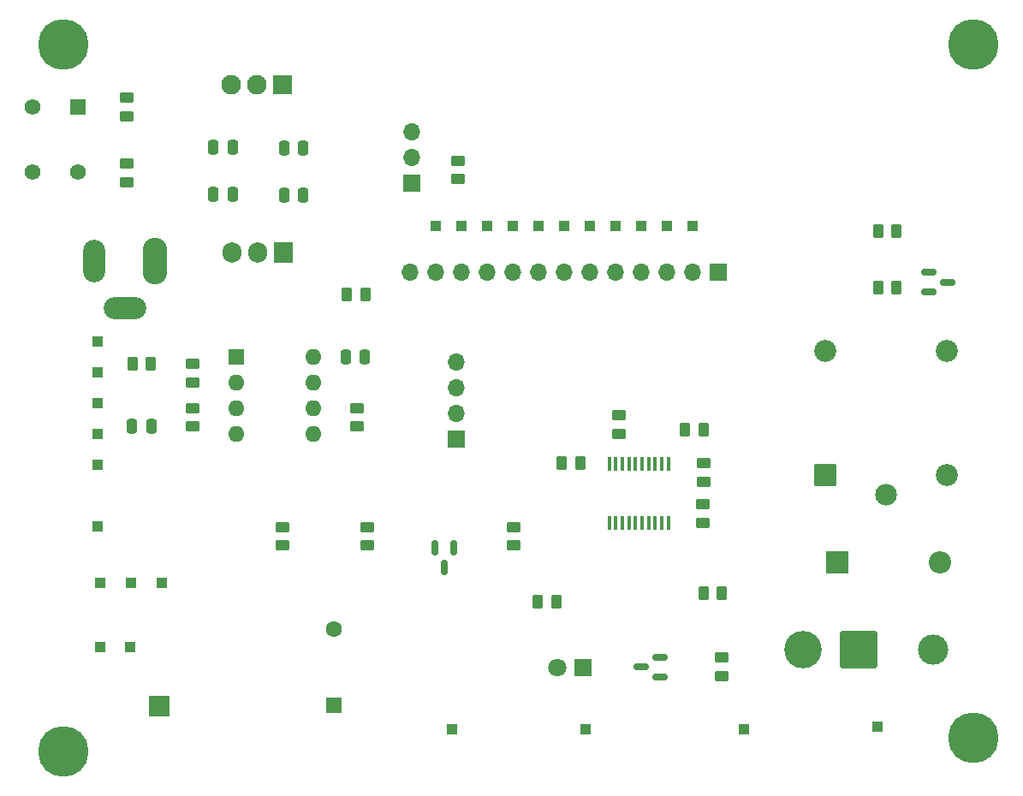
<source format=gbr>
%TF.GenerationSoftware,KiCad,Pcbnew,7.0.6*%
%TF.CreationDate,2023-11-14T23:27:57+05:30*%
%TF.ProjectId,Prometheus v2.0,50726f6d-6574-4686-9575-732076322e30,2.3*%
%TF.SameCoordinates,Original*%
%TF.FileFunction,Soldermask,Top*%
%TF.FilePolarity,Negative*%
%FSLAX46Y46*%
G04 Gerber Fmt 4.6, Leading zero omitted, Abs format (unit mm)*
G04 Created by KiCad (PCBNEW 7.0.6) date 2023-11-14 23:27:57*
%MOMM*%
%LPD*%
G01*
G04 APERTURE LIST*
G04 Aperture macros list*
%AMRoundRect*
0 Rectangle with rounded corners*
0 $1 Rounding radius*
0 $2 $3 $4 $5 $6 $7 $8 $9 X,Y pos of 4 corners*
0 Add a 4 corners polygon primitive as box body*
4,1,4,$2,$3,$4,$5,$6,$7,$8,$9,$2,$3,0*
0 Add four circle primitives for the rounded corners*
1,1,$1+$1,$2,$3*
1,1,$1+$1,$4,$5*
1,1,$1+$1,$6,$7*
1,1,$1+$1,$8,$9*
0 Add four rect primitives between the rounded corners*
20,1,$1+$1,$2,$3,$4,$5,0*
20,1,$1+$1,$4,$5,$6,$7,0*
20,1,$1+$1,$6,$7,$8,$9,0*
20,1,$1+$1,$8,$9,$2,$3,0*%
G04 Aperture macros list end*
%ADD10O,2.404000X4.604000*%
%ADD11O,2.204000X4.204000*%
%ADD12O,4.204000X2.204000*%
%ADD13R,1.000000X1.000000*%
%ADD14RoundRect,0.250000X0.262500X0.450000X-0.262500X0.450000X-0.262500X-0.450000X0.262500X-0.450000X0*%
%ADD15RoundRect,0.250000X-0.262500X-0.450000X0.262500X-0.450000X0.262500X0.450000X-0.262500X0.450000X0*%
%ADD16RoundRect,0.250000X0.450000X-0.262500X0.450000X0.262500X-0.450000X0.262500X-0.450000X-0.262500X0*%
%ADD17RoundRect,0.102000X0.990000X-0.990000X0.990000X0.990000X-0.990000X0.990000X-0.990000X-0.990000X0*%
%ADD18C,2.184000*%
%ADD19C,2.139000*%
%ADD20RoundRect,0.250000X-0.450000X0.262500X-0.450000X-0.262500X0.450000X-0.262500X0.450000X0.262500X0*%
%ADD21C,2.900000*%
%ADD22C,5.000000*%
%ADD23RoundRect,0.250000X-0.250000X-0.475000X0.250000X-0.475000X0.250000X0.475000X-0.250000X0.475000X0*%
%ADD24R,2.000000X2.000000*%
%ADD25RoundRect,0.150000X-0.150000X0.587500X-0.150000X-0.587500X0.150000X-0.587500X0.150000X0.587500X0*%
%ADD26RoundRect,0.150000X-0.587500X-0.150000X0.587500X-0.150000X0.587500X0.150000X-0.587500X0.150000X0*%
%ADD27R,1.935000X1.935000*%
%ADD28C,1.935000*%
%ADD29R,1.700000X1.700000*%
%ADD30O,1.700000X1.700000*%
%ADD31C,3.000000*%
%ADD32RoundRect,0.250002X-1.599998X1.599998X-1.599998X-1.599998X1.599998X-1.599998X1.599998X1.599998X0*%
%ADD33C,3.700000*%
%ADD34R,1.600000X1.600000*%
%ADD35O,1.600000X1.600000*%
%ADD36R,0.450000X1.475000*%
%ADD37R,1.905000X2.000000*%
%ADD38O,1.905000X2.000000*%
%ADD39R,2.200000X2.200000*%
%ADD40O,2.200000X2.200000*%
%ADD41RoundRect,0.250000X0.250000X0.475000X-0.250000X0.475000X-0.250000X-0.475000X0.250000X-0.475000X0*%
%ADD42RoundRect,0.150000X0.587500X0.150000X-0.587500X0.150000X-0.587500X-0.150000X0.587500X-0.150000X0*%
%ADD43R,1.575000X1.575000*%
%ADD44C,1.575000*%
%ADD45R,1.800000X1.800000*%
%ADD46C,1.800000*%
%ADD47R,1.600200X1.600200*%
%ADD48C,1.600200*%
G04 APERTURE END LIST*
D10*
%TO.C,J1*%
X101090000Y-82450000D03*
D11*
X95090000Y-82450000D03*
D12*
X98090000Y-87150000D03*
%TD*%
D13*
%TO.C,TP13*%
X98591000Y-120631500D03*
%TD*%
D14*
%TO.C,R11*%
X174410000Y-85071500D03*
X172585000Y-85071500D03*
%TD*%
D15*
%TO.C,R4*%
X98845000Y-92643500D03*
X100670000Y-92643500D03*
%TD*%
D13*
%TO.C,TP15*%
X143676000Y-128759500D03*
%TD*%
D16*
%TO.C,R21*%
X131036000Y-74391000D03*
X131036000Y-72566000D03*
%TD*%
D17*
%TO.C,K1*%
X167394000Y-103617500D03*
D18*
X179394000Y-103617500D03*
D19*
X173394000Y-105617500D03*
D18*
X167394000Y-91417500D03*
X179394000Y-91417500D03*
%TD*%
D20*
%TO.C,R16*%
X136530000Y-108808500D03*
X136530000Y-110633500D03*
%TD*%
D21*
%TO.C,H4*%
X92046000Y-131030000D03*
D22*
X92046000Y-131030000D03*
%TD*%
D23*
%TO.C,C4*%
X113830000Y-75927500D03*
X115730000Y-75927500D03*
%TD*%
%TO.C,C6*%
X119932000Y-91929500D03*
X121832000Y-91929500D03*
%TD*%
D13*
%TO.C,TP12*%
X95670000Y-120631500D03*
%TD*%
%TO.C,TP3*%
X95416000Y-102618300D03*
%TD*%
%TO.C,TP20*%
X149190000Y-79041500D03*
%TD*%
D16*
%TO.C,R20*%
X98250000Y-74662500D03*
X98250000Y-72837500D03*
%TD*%
D24*
%TO.C,TP25*%
X101512000Y-126473500D03*
%TD*%
D20*
%TO.C,R2*%
X155298000Y-106531000D03*
X155298000Y-108356000D03*
%TD*%
D25*
%TO.C,Q3*%
X130656000Y-110882500D03*
X128756000Y-110882500D03*
X129706000Y-112757500D03*
%TD*%
D15*
%TO.C,R12*%
X120045000Y-85823500D03*
X121870000Y-85823500D03*
%TD*%
D13*
%TO.C,TP24*%
X131410000Y-79041500D03*
%TD*%
%TO.C,TP7*%
X95670000Y-114281500D03*
%TD*%
%TO.C,TP19*%
X141570000Y-79041500D03*
%TD*%
D16*
%TO.C,R14*%
X157140000Y-123546000D03*
X157140000Y-121721000D03*
%TD*%
D13*
%TO.C,TP6*%
X128870000Y-79041500D03*
%TD*%
D14*
%TO.C,R1*%
X155310000Y-99163500D03*
X153485000Y-99163500D03*
%TD*%
D13*
%TO.C,TP1*%
X95416000Y-90405500D03*
%TD*%
%TO.C,TP17*%
X146650000Y-79041500D03*
%TD*%
%TO.C,TP14*%
X172505000Y-128505500D03*
%TD*%
D15*
%TO.C,R9*%
X172585000Y-79483500D03*
X174410000Y-79483500D03*
%TD*%
D20*
%TO.C,R8*%
X104814000Y-97009500D03*
X104814000Y-98834500D03*
%TD*%
D13*
%TO.C,TP16*%
X130468000Y-128759500D03*
%TD*%
%TO.C,TP11*%
X101766000Y-114281500D03*
%TD*%
D15*
%TO.C,R13*%
X155313000Y-115297500D03*
X157138000Y-115297500D03*
%TD*%
D13*
%TO.C,TP4*%
X95416000Y-93453500D03*
%TD*%
D26*
%TO.C,Q1*%
X177615000Y-83613500D03*
X177615000Y-85513500D03*
X179490000Y-84563500D03*
%TD*%
D13*
%TO.C,TP27*%
X154270000Y-79041500D03*
%TD*%
%TO.C,TP21*%
X139030000Y-79041500D03*
%TD*%
D21*
%TO.C,H3*%
X182046000Y-129633000D03*
D22*
X182046000Y-129633000D03*
%TD*%
D13*
%TO.C,TP10*%
X159297000Y-128759500D03*
%TD*%
D27*
%TO.C,U1*%
X113710000Y-65053500D03*
D28*
X111170000Y-65053500D03*
X108630000Y-65053500D03*
%TD*%
D20*
%TO.C,R19*%
X98250000Y-66337500D03*
X98250000Y-68162500D03*
%TD*%
D13*
%TO.C,TP26*%
X95416000Y-108693500D03*
%TD*%
D20*
%TO.C,R6*%
X146978000Y-97724500D03*
X146978000Y-99549500D03*
%TD*%
D23*
%TO.C,C3*%
X98830000Y-98833500D03*
X100730000Y-98833500D03*
%TD*%
D29*
%TO.C,J3*%
X156810000Y-83613500D03*
D30*
X154270000Y-83613500D03*
X151730000Y-83613500D03*
X149190000Y-83613500D03*
X146650000Y-83613500D03*
X144110000Y-83613500D03*
X141570000Y-83613500D03*
X139030000Y-83613500D03*
X136490000Y-83613500D03*
X133950000Y-83613500D03*
X131410000Y-83613500D03*
X128870000Y-83613500D03*
X126330000Y-83613500D03*
%TD*%
D14*
%TO.C,R7*%
X143128000Y-102503500D03*
X141303000Y-102503500D03*
%TD*%
D21*
%TO.C,H2*%
X182046000Y-61030000D03*
D22*
X182046000Y-61030000D03*
%TD*%
D20*
%TO.C,R18*%
X113704000Y-108797000D03*
X113704000Y-110622000D03*
%TD*%
D31*
%TO.C,J2*%
X178000000Y-120885500D03*
D32*
X170700000Y-120885500D03*
D33*
X165200000Y-120885500D03*
%TD*%
D34*
%TO.C,U3*%
X109142000Y-91939500D03*
D35*
X109142000Y-94479500D03*
X109142000Y-97019500D03*
X109142000Y-99559500D03*
X116762000Y-99559500D03*
X116762000Y-97019500D03*
X116762000Y-94479500D03*
X116762000Y-91939500D03*
%TD*%
D21*
%TO.C,H1*%
X92046000Y-61030000D03*
D22*
X92046000Y-61030000D03*
%TD*%
D23*
%TO.C,C5*%
X113830000Y-71273500D03*
X115730000Y-71273500D03*
%TD*%
D13*
%TO.C,TP18*%
X144110000Y-79041500D03*
%TD*%
D15*
%TO.C,R15*%
X138953500Y-116186500D03*
X140778500Y-116186500D03*
%TD*%
D13*
%TO.C,TP22*%
X136490000Y-79041500D03*
%TD*%
D36*
%TO.C,IC1*%
X151850000Y-102513500D03*
X151200000Y-102513500D03*
X150550000Y-102513500D03*
X149900000Y-102513500D03*
X149250000Y-102513500D03*
X148600000Y-102513500D03*
X147950000Y-102513500D03*
X147300000Y-102513500D03*
X146650000Y-102513500D03*
X146000000Y-102513500D03*
X146000000Y-108389500D03*
X146650000Y-108389500D03*
X147300000Y-108389500D03*
X147950000Y-108389500D03*
X148600000Y-108389500D03*
X149250000Y-108389500D03*
X149900000Y-108389500D03*
X150550000Y-108389500D03*
X151200000Y-108389500D03*
X151850000Y-108389500D03*
%TD*%
D16*
%TO.C,R10*%
X121065000Y-98861000D03*
X121065000Y-97036000D03*
%TD*%
D20*
%TO.C,R17*%
X122086000Y-108797000D03*
X122086000Y-110622000D03*
%TD*%
D16*
%TO.C,R5*%
X155308000Y-104336000D03*
X155308000Y-102511000D03*
%TD*%
D13*
%TO.C,TP23*%
X133950000Y-79041500D03*
%TD*%
D37*
%TO.C,U2*%
X113790000Y-81673500D03*
D38*
X111250000Y-81673500D03*
X108710000Y-81673500D03*
%TD*%
D13*
%TO.C,TP2*%
X151730000Y-79041500D03*
%TD*%
D39*
%TO.C,D1*%
X168568000Y-112249500D03*
D40*
X178728000Y-112249500D03*
%TD*%
D41*
%TO.C,C1*%
X108750000Y-75913500D03*
X106850000Y-75913500D03*
%TD*%
D42*
%TO.C,Q2*%
X151055000Y-123603500D03*
X151055000Y-121703500D03*
X149180000Y-122653500D03*
%TD*%
D41*
%TO.C,C2*%
X108750000Y-71263500D03*
X106850000Y-71263500D03*
%TD*%
D13*
%TO.C,TP5*%
X95416000Y-99549500D03*
%TD*%
%TO.C,TP8*%
X98718000Y-114281500D03*
%TD*%
D43*
%TO.C,S1*%
X93450000Y-67210000D03*
D44*
X93450000Y-73710000D03*
X88950000Y-67210000D03*
X88950000Y-73710000D03*
%TD*%
D13*
%TO.C,TP9*%
X95416000Y-96501500D03*
%TD*%
D16*
%TO.C,R3*%
X104814000Y-94469500D03*
X104814000Y-92644500D03*
%TD*%
D45*
%TO.C,D2*%
X143427000Y-122663500D03*
D46*
X140887000Y-122663500D03*
%TD*%
D47*
%TO.C,LS1*%
X118784000Y-126463500D03*
D48*
X118784000Y-118853500D03*
%TD*%
D29*
%TO.C,U5*%
X126450000Y-74808500D03*
D30*
X126450000Y-72268500D03*
X126450000Y-69728500D03*
%TD*%
D29*
%TO.C,U4*%
X130849000Y-100057500D03*
D30*
X130849000Y-97517500D03*
X130849000Y-94977500D03*
X130849000Y-92437500D03*
%TD*%
M02*

</source>
